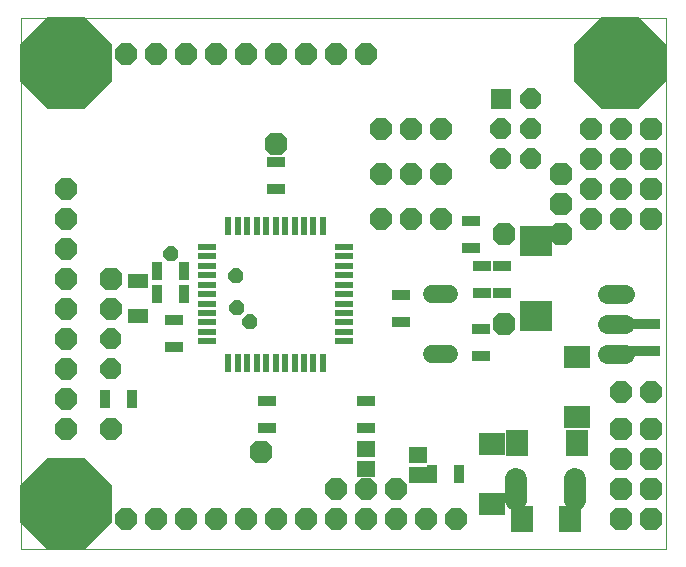
<source format=gbs>
G75*
G70*
%OFA0B0*%
%FSLAX24Y24*%
%IPPOS*%
%LPD*%
%AMOC8*
5,1,8,0,0,1.08239X$1,22.5*
%
%ADD10C,0.0000*%
%ADD11R,0.0631X0.0237*%
%ADD12R,0.0237X0.0631*%
%ADD13C,0.0600*%
%ADD14R,0.0600X0.0320*%
%ADD15R,0.0320X0.0600*%
%ADD16R,0.0700X0.0700*%
%ADD17OC8,0.0700*%
%ADD18C,0.0640*%
%ADD19R,0.0670X0.0512*%
%ADD20OC8,0.0740*%
%ADD21C,0.0745*%
%ADD22R,0.0741X0.0890*%
%ADD23R,0.1103X0.1044*%
%ADD24OC8,0.0749*%
%ADD25R,0.0906X0.0749*%
%ADD26R,0.0749X0.0906*%
%ADD27R,0.0631X0.0552*%
%ADD28OC8,0.0760*%
%ADD29OC8,0.0500*%
%ADD30OC8,0.3000*%
%ADD31OC8,0.3040*%
D10*
X005060Y005553D02*
X005060Y023270D01*
X026560Y023270D01*
X026560Y005553D01*
X005060Y005553D01*
D11*
X011276Y012479D03*
X011276Y012794D03*
X011276Y013109D03*
X011276Y013423D03*
X011276Y013738D03*
X011276Y014053D03*
X011276Y014368D03*
X011276Y014683D03*
X011276Y014998D03*
X011276Y015313D03*
X011276Y015628D03*
X015843Y015628D03*
X015843Y015313D03*
X015843Y014998D03*
X015843Y014683D03*
X015843Y014368D03*
X015843Y014053D03*
X015843Y013738D03*
X015843Y013423D03*
X015843Y013109D03*
X015843Y012794D03*
X015843Y012479D03*
D12*
X015134Y011770D03*
X014819Y011770D03*
X014504Y011770D03*
X014189Y011770D03*
X013874Y011770D03*
X013560Y011770D03*
X013245Y011770D03*
X012930Y011770D03*
X012615Y011770D03*
X012300Y011770D03*
X011985Y011770D03*
X011985Y016337D03*
X012300Y016337D03*
X012615Y016337D03*
X012930Y016337D03*
X013245Y016337D03*
X013560Y016337D03*
X013874Y016337D03*
X014189Y016337D03*
X014504Y016337D03*
X014819Y016337D03*
X015134Y016337D03*
D13*
X018780Y014053D02*
X019340Y014053D01*
X019340Y012053D02*
X018780Y012053D01*
D14*
X017735Y013138D03*
X017735Y014038D03*
X020060Y015603D03*
X020430Y015003D03*
X021100Y015003D03*
X021100Y014103D03*
X020430Y014103D03*
X020390Y012878D03*
X020390Y011978D03*
X016560Y010503D03*
X016560Y009603D03*
X013260Y009578D03*
X013260Y010478D03*
X010160Y012283D03*
X010160Y013183D03*
X013560Y017553D03*
X013560Y018453D03*
X020060Y016503D03*
X025490Y013053D03*
X026060Y013053D03*
X026060Y012153D03*
X025490Y012153D03*
D15*
X019670Y008043D03*
X018770Y008043D03*
X010510Y014053D03*
X010510Y014828D03*
X009610Y014828D03*
X009610Y014053D03*
X008780Y010553D03*
X007880Y010553D03*
D16*
X021060Y020553D03*
D17*
X022060Y020553D03*
X022060Y019553D03*
X022060Y018553D03*
X021060Y018553D03*
X021060Y019553D03*
X008060Y012553D03*
X008060Y011553D03*
D18*
X024610Y012053D02*
X025210Y012053D01*
X025210Y013053D02*
X024610Y013053D01*
X024610Y014053D02*
X025210Y014053D01*
D19*
X008960Y014494D03*
X008960Y013313D03*
D20*
X006560Y013553D03*
X006560Y014553D03*
X006560Y015553D03*
X006560Y016553D03*
X006560Y017553D03*
X008560Y022053D03*
X009560Y022053D03*
X010560Y022053D03*
X011560Y022053D03*
X012560Y022053D03*
X013560Y022053D03*
X014560Y022053D03*
X015560Y022053D03*
X016560Y022053D03*
X006560Y012553D03*
X006560Y011553D03*
X006560Y010553D03*
X006560Y009553D03*
X008560Y006553D03*
X009560Y006553D03*
X010560Y006553D03*
X011560Y006553D03*
X012560Y006553D03*
X013560Y006553D03*
X014560Y006553D03*
X015560Y006553D03*
X016560Y006553D03*
X017560Y006553D03*
X018560Y006553D03*
X019560Y006553D03*
D21*
X021575Y007201D02*
X021575Y007906D01*
X023544Y007906D02*
X023544Y007201D01*
D22*
X023363Y006553D03*
X021760Y006553D03*
D23*
X022250Y013323D03*
X022250Y015823D03*
D24*
X024060Y016553D03*
X025060Y016553D03*
X025060Y017553D03*
X025060Y018553D03*
X025060Y019553D03*
X024060Y019553D03*
X024060Y018553D03*
X024060Y017553D03*
X019060Y018053D03*
X018060Y018053D03*
X017060Y018053D03*
X017060Y016553D03*
X018060Y016553D03*
X019060Y016553D03*
X019060Y019553D03*
X018060Y019553D03*
X017060Y019553D03*
X025060Y010803D03*
X026060Y010803D03*
X017560Y007553D03*
X016560Y007553D03*
X015560Y007553D03*
X008060Y009553D03*
X008060Y013553D03*
D25*
X020760Y009057D03*
X020760Y007049D03*
X023610Y009949D03*
X023610Y011957D03*
D26*
X023613Y009103D03*
X021606Y009103D03*
D27*
X018290Y008698D03*
X018290Y008029D03*
X016560Y008219D03*
X016560Y008888D03*
D28*
X013060Y008803D03*
X008060Y014553D03*
X013560Y019053D03*
X021185Y016053D03*
X023060Y016053D03*
X023060Y017053D03*
X023060Y018053D03*
X026060Y017553D03*
X026060Y018553D03*
X026060Y019553D03*
X026060Y016553D03*
X021185Y013053D03*
X025060Y009553D03*
X026060Y009553D03*
X026060Y008553D03*
X026060Y007553D03*
X026060Y006553D03*
X025060Y006553D03*
X025060Y007553D03*
X025060Y008553D03*
D29*
X012710Y013123D03*
X012260Y013603D03*
X012240Y014673D03*
X010060Y015403D03*
D30*
X006560Y021763D03*
X006560Y007053D03*
X025050Y021763D03*
D31*
X025050Y021763D03*
X006560Y021763D03*
X006560Y007053D03*
M02*

</source>
